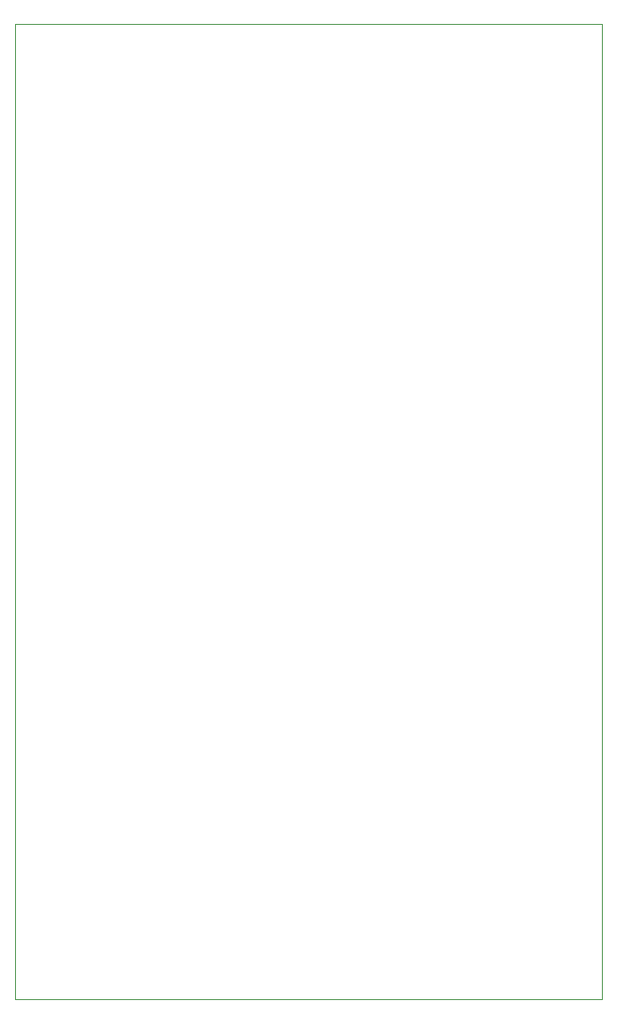
<source format=gko>
G04 #@! TF.FileFunction,Profile,NP*
%FSLAX46Y46*%
G04 Gerber Fmt 4.6, Leading zero omitted, Abs format (unit mm)*
G04 Created by KiCad (PCBNEW 4.0.2-4+6225~38~ubuntu14.04.1-stable) date Do 17 Mär 2016 15:21:09 CET*
%MOMM*%
G01*
G04 APERTURE LIST*
%ADD10C,0.150000*%
%ADD11C,0.100000*%
G04 APERTURE END LIST*
D10*
D11*
X0Y-93000000D02*
X0Y-92500000D01*
X56000000Y-93000000D02*
X0Y-93000000D01*
X56000000Y-92500000D02*
X56000000Y-93000000D01*
X0Y0D02*
X3500000Y0D01*
X0Y-92500000D02*
X0Y0D01*
X56000000Y0D02*
X56000000Y-92500000D01*
X55500000Y0D02*
X56000000Y0D01*
X3500000Y0D02*
X55500000Y0D01*
M02*

</source>
